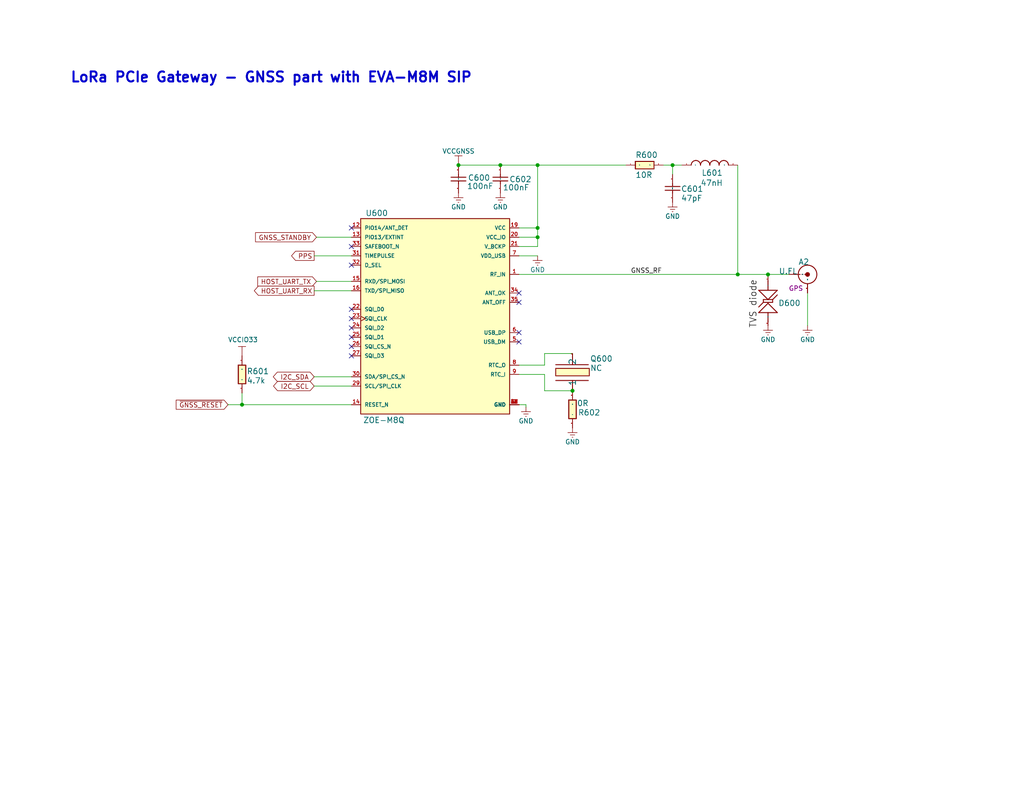
<source format=kicad_sch>
(kicad_sch (version 20211123) (generator eeschema)
  (paper "A")
  (title_block (title "LoRa PCIe Gateway - GNSS") (date "26 02 2021") (rev "1.0") (company "Nebra Ltd") (comment 1 "GNSS Schematic part with EVA-M8M SIP"))
  (lib_symbols
    (symbol "LoRa_PCIe_GW-rescue:Cap-" (pin_names (offset 1.016))
      (property "Reference" "C" (at 2.286 2.794 0))
      (property "Value" "Cap-" (at 0 0 0))
      (symbol "Cap-_0_1"
        (polyline (pts (xy 2.54 0) (xy 3.302 0)) (stroke (width 0.254)))
        (polyline (pts (xy 3.302 -2.032) (xy 3.302 2.032)) (stroke (width 0.254)))
        (polyline (pts (xy 4.318 2.032) (xy 4.318 -2.032)) (stroke (width 0.254)))
        (polyline (pts (xy 5.08 0) (xy 4.318 0)) (stroke (width 0.254)))
        (pin passive line (at 0 0 0) (length 2.54) (name "1") (number "1"))
        (pin passive line (at 7.62 0 180) (length 2.54) (name "2") (number "2"))
      )
    )
    (symbol "LoRa_PCIe_GW-rescue:EVA-M8M-0" (pin_names (offset 1.016))
      (property "Reference" "U" (at -20.3708 25.9588 0))
      (property "Value" "EVA-M8M-0" (at -20.3454 -30.5054 0))
      (symbol "EVA-M8M-0_0_0"
        (rectangle (start -20.32 -27.94) (end 20.32 25.4) (stroke (width 0.254)) (fill (type background)))
        (pin input line (at 22.86 10.16 180) (length 2.54) (name "RF_IN") (number "1"))
        (pin input line (at -22.86 22.86 0) (length 2.54) (name "PIO14/ANT_DET") (number "12"))
        (pin input line (at -22.86 20.32 0) (length 2.54) (name "PIO13/EXTINT") (number "13"))
        (pin input line (at -22.86 -25.4 0) (length 2.54) (name "RESET_N") (number "14"))
        (pin input line (at -22.86 8.255 0) (length 2.54) (name "RXD/SPI_MOSI") (number "15"))
        (pin output line (at -22.86 5.715 0) (length 2.54) (name "TXD/SPI_MISO") (number "16"))
        (pin power_in line (at 22.86 -25.4 180) (length 2.54) (name "GND") (number "18"))
        (pin power_in line (at 22.86 22.86 180) (length 2.54) (name "VCC") (number "19"))
        (pin power_in line (at 22.86 -25.4 180) (length 2.54) (name "GND") (number "2"))
        (pin power_in line (at 22.86 20.32 180) (length 2.54) (name "VCC_IO") (number "20"))
        (pin power_in line (at 22.86 17.78 180) (length 2.54) (name "V_BCKP") (number "21"))
        (pin bidirectional line (at -22.86 0.635 0) (length 2.54) (name "SQI_D0") (number "22"))
        (pin bidirectional clock (at -22.86 -1.905 0) (length 2.54) (name "SQI_CLK") (number "23"))
        (pin bidirectional line (at -22.86 -4.445 0) (length 2.54) (name "SQI_D2") (number "24"))
        (pin bidirectional line (at -22.86 -6.985 0) (length 2.54) (name "SQI_D1") (number "25"))
        (pin bidirectional line (at -22.86 -9.525 0) (length 2.54) (name "SQI_CS_N") (number "26"))
        (pin bidirectional line (at -22.86 -12.065 0) (length 2.54) (name "SQI_D3") (number "27"))
        (pin input line (at -22.86 -20.32 0) (length 2.54) (name "SCL/SPI_CLK") (number "29"))
        (pin bidirectional line (at -22.86 -17.78 0) (length 2.54) (name "SDA/SPI_CS_N") (number "30"))
        (pin output line (at -22.86 15.24 0) (length 2.54) (name "TIMEPULSE") (number "31"))
        (pin input line (at -22.86 12.7 0) (length 2.54) (name "D_SEL") (number "32"))
        (pin input line (at -22.86 17.78 0) (length 2.54) (name "SAFEBOOT_N") (number "33"))
        (pin input line (at 22.86 5.08 180) (length 2.54) (name "ANT_OK") (number "34"))
        (pin output line (at 22.86 2.54 180) (length 2.54) (name "ANT_OFF") (number "35"))
        (pin power_in line (at 22.86 -25.4 180) (length 2.54) (name "GND") (number "37"))
        (pin power_in line (at 22.86 -25.4 180) (length 2.54) (name "GND") (number "38"))
        (pin power_in line (at 22.86 -25.4 180) (length 2.54) (name "GND") (number "39"))
        (pin power_in line (at 22.86 -25.4 180) (length 2.54) (name "GND") (number "40"))
        (pin power_in line (at 22.86 -25.4 180) (length 2.54) (name "GND") (number "41"))
        (pin power_in line (at 22.86 -25.4 180) (length 2.54) (name "GND") (number "42"))
        (pin power_in line (at 22.86 -25.4 180) (length 2.54) (name "GND") (number "43"))
        (pin bidirectional line (at 22.86 -8.255 180) (length 2.54) (name "USB_DM") (number "5"))
        (pin bidirectional line (at 22.86 -5.715 180) (length 2.54) (name "USB_DP") (number "6"))
        (pin power_in line (at 22.86 15.24 180) (length 2.54) (name "VDD_USB") (number "7"))
        (pin output line (at 22.86 -14.605 180) (length 2.54) (name "RTC_O") (number "8"))
        (pin input line (at 22.86 -17.145 180) (length 2.54) (name "RTC_I") (number "9"))
      )
    )
    (symbol "LoRa_PCIe_GW-rescue:GND" (power) (pin_names (offset 0))
      (property "Value" "GND" (at 0 -3.81 0))
      (symbol "GND_1_1"
        (polyline (pts (xy -0.635 -1.905) (xy 0.635 -1.905)))
        (polyline (pts (xy -0.127 -2.54) (xy 0.127 -2.54)))
        (polyline (pts (xy 0 -1.27) (xy 0 0)))
        (polyline (pts (xy 1.27 -1.27) (xy -1.27 -1.27)))
        (pin power_in line (at 0 0 270) (length 0) hide (name "GND") (number "1"))
      )
    )
    (symbol "LoRa_PCIe_GW-rescue:Inductor-" (pin_names (offset 1.016))
      (property "Reference" "L" (at 5.334 -3.048 0))
      (property "Value" "Inductor-" (at 0 -1.27 0))
      (symbol "Inductor-_0_1"
        (pin passive line (at 0 0 0) (length 2.54) (name "1") (number "1"))
        (pin passive line (at 15.24 0 180) (length 2.54) (name "2") (number "2"))
      )
      (symbol "Inductor-_1_1"
        (arc (start 3.7846 1.27) (mid 2.9029 0.8892) (end 2.54 0) (stroke (width 0.254)))
        (arc (start 5.08 0) (mid 4.699 0.907) (end 3.7846 1.27) (stroke (width 0.254)))
        (arc (start 6.3246 1.27) (mid 5.4429 0.8892) (end 5.08 0) (stroke (width 0.254)))
        (arc (start 7.62 0) (mid 7.239 0.907) (end 6.3246 1.27) (stroke (width 0.254)))
        (arc (start 8.8646 1.27) (mid 7.9829 0.8892) (end 7.62 0) (stroke (width 0.254)))
        (arc (start 10.16 0) (mid 9.779 0.907) (end 8.8646 1.27) (stroke (width 0.254)))
        (arc (start 11.4046 1.27) (mid 10.5229 0.8892) (end 10.16 0) (stroke (width 0.254)))
        (arc (start 12.7 0) (mid 12.319 0.907) (end 11.4046 1.27) (stroke (width 0.254)))
      )
    )
    (symbol "LoRa_PCIe_GW-rescue:RClamp0531T-" (pin_names (offset 1.016))
      (property "Reference" "D" (at 2.794 5.08 0))
      (property "Value" "RClamp0531T-" (at 0 0 0))
      (symbol "RClamp0531T-_0_1"
        (polyline (pts (xy -2.54 3.556) (xy 2.54 3.556)) (stroke (width 0.254)))
        (polyline (pts (xy -2.54 9.652) (xy 0 7.112)) (stroke (width 0.254)))
        (polyline (pts (xy -1.27 6.35) (xy -2.54 5.08)) (stroke (width 0.254)))
        (polyline (pts (xy -1.27 6.35) (xy 1.27 6.35)) (stroke (width 0.254)))
        (polyline (pts (xy -1.27 7.112) (xy -1.27 6.35)) (stroke (width 0.254)))
        (polyline (pts (xy 0 1.016) (xy 0 3.556)) (stroke (width 0.254)))
        (polyline (pts (xy 0 6.096) (xy -2.54 3.556)) (stroke (width 0.254)))
        (polyline (pts (xy 0 7.112) (xy 2.54 9.652)) (stroke (width 0.254)))
        (polyline (pts (xy 0 12.192) (xy 0 9.652)) (stroke (width 0.254)))
        (polyline (pts (xy 1.27 6.35) (xy 1.27 7.112)) (stroke (width 0.254)))
        (polyline (pts (xy 1.27 7.112) (xy -1.27 7.112)) (stroke (width 0.254)))
        (polyline (pts (xy 2.54 3.556) (xy 0 6.096)) (stroke (width 0.254)))
        (polyline (pts (xy 2.54 8.382) (xy 1.27 7.112)) (stroke (width 0.254)))
        (polyline (pts (xy 2.54 9.652) (xy -2.54 9.652)) (stroke (width 0.254)))
        (pin passive line (at 0 13.335 270) (length 1.27) (name "A") (number "1"))
        (pin passive line (at 0 0 90) (length 1.27) (name "K") (number "2"))
      )
    )
    (symbol "LoRa_PCIe_GW-rescue:Resistor-" (pin_names (offset 1.016))
      (property "Reference" "R" (at 1.27 5.08 0))
      (property "Value" "Resistor-" (at 0 0 0))
      (symbol "Resistor-_0_1"
        (rectangle (start 2.54 -1.016) (end 7.62 1.016) (stroke (width 0.254)) (fill (type background)))
        (rectangle (start 2.54 1.016) (end 7.62 -1.016) (stroke (width 0.254)) (fill (type background)))
        (pin passive line (at 0 0 0) (length 2.54) (name "1") (number "1"))
        (pin passive line (at 10.16 0 180) (length 2.54) (name "2") (number "2"))
      )
    )
    (symbol "LoRa_PCIe_GW-rescue:U.FL-" (pin_names (offset 1.016))
      (property "Reference" "RFGI" (at 2.54 2.54 0))
      (property "Value" "U.FL-" (at -2.794 0 0))
      (symbol "U.FL-_0_1"
        (circle (center -5.08 0) (radius 0.508) (stroke (width 0.254)) (fill (type outline)))
        (polyline (pts (xy -4.572 0) (xy -4.318 0)) (stroke (width 0.254)))
        (polyline (pts (xy -3.81 0) (xy -3.556 0)) (stroke (width 0.254)))
        (polyline (pts (xy -2.794 0) (xy -3.048 0)) (stroke (width 0.254)))
        (pin passive line (at 0 0 180) (length 2.54) (name "Signal") (number "1"))
        (pin passive line (at -5.08 -5.08 90) (length 2.54) (name "GND") (number "2"))
        (pin passive line (at -5.08 -5.08 90) (length 2.54) (name "GND") (number "3"))
      )
      (symbol "U.FL-_1_1"
        (arc (start -6.35 -2.1844) (mid -3.8199 -2.1901) (end -2.54 0) (stroke (width 0.254)))
        (arc (start -6.35 2.1844) (mid -7.6068 0) (end -6.35 -2.1844) (stroke (width 0.254)))
        (arc (start -2.54 0) (mid -3.8133 2.2016) (end -6.35 2.1844) (stroke (width 0.254)))
      )
    )
    (symbol "LoRa_PCIe_GW-rescue:VCCGNSS" (power) (pin_names (offset 0))
      (property "Value" "VCCGNSS" (at -0.254 3.556 0))
      (symbol "VCCGNSS_1_1"
        (polyline (pts (xy -1.016 2.54) (xy 1.016 2.54)))
        (polyline (pts (xy 0 0) (xy 0 2.54)))
        (pin power_in line (at 0 0 90) (length 0) hide (name "VCCGNSS") (number "1"))
      )
    )
    (symbol "LoRa_PCIe_GW-rescue:VCCIO33" (power) (pin_names (offset 0))
      (property "Value" "VCCIO33" (at 0 3.556 0))
      (symbol "VCCIO33_1_1"
        (polyline (pts (xy -1.016 2.54) (xy 1.016 2.54)))
        (polyline (pts (xy 0 0) (xy 0 2.54)))
        (pin power_in line (at 0 0 90) (length 0) hide (name "VCCIO33") (number "1"))
      )
    )
    (symbol "LoRa_PCIe_GW-rescue:Xtal-" (pin_names (offset 1.016))
      (property "Reference" "Q" (at 4.572 2.794 0))
      (property "Value" "Xtal-" (at 0 0 0))
      (symbol "Xtal-_0_1"
        (rectangle (start -1.016 4.572) (end 1.016 -4.572) (stroke (width 0.254)) (fill (type background)))
        (polyline (pts (xy -5.08 0) (xy -2.286 0)) (stroke (width 0.254)))
        (polyline (pts (xy -2.286 4.572) (xy -2.286 -4.318)) (stroke (width 0.254)))
        (polyline (pts (xy 2.032 4.572) (xy 2.032 -4.318)) (stroke (width 0.254)))
        (polyline (pts (xy 5.08 0) (xy 2.032 0)) (stroke (width 0.254)))
        (pin passive line (at -5.08 0 0) (length 0.254) (name "1") (number "1"))
        (pin passive line (at 5.08 0 180) (length 0.254) (name "2") (number "2"))
      )
    )
  )
  (junction (at 209.55 74.93))
  (junction (at 125.095 45.085))
  (junction (at 66.04 110.49))
  (junction (at 201.295 74.93))
  (junction (at 146.685 62.23))
  (junction (at 146.685 64.77))
  (junction (at 146.685 45.085))
  (junction (at 156.21 106.68))
  (junction (at 183.515 45.085))
  (junction (at 136.525 45.085))
  (no_connect (at 141.605 80.01))
  (no_connect (at 95.885 84.455))
  (no_connect (at 141.605 90.805))
  (no_connect (at 95.885 89.535))
  (no_connect (at 95.885 92.075))
  (no_connect (at 141.605 93.345))
  (no_connect (at 95.885 97.155))
  (no_connect (at 141.605 82.55))
  (no_connect (at 95.885 86.995))
  (no_connect (at 95.885 67.31))
  (no_connect (at 95.885 62.23))
  (no_connect (at 95.885 94.615))
  (no_connect (at 95.885 72.39))
  (wire (pts (xy 66.04 107.315) (xy 66.04 110.49)))
  (wire (pts (xy 209.55 75.565) (xy 209.55 74.93)))
  (wire (pts (xy 146.685 45.085) (xy 136.525 45.085)))
  (wire (pts (xy 183.515 45.085) (xy 180.975 45.085)))
  (wire (pts (xy 66.04 110.49) (xy 62.23 110.49)))
  (wire (pts (xy 146.685 45.085) (xy 170.815 45.085)))
  (wire (pts (xy 146.685 62.23) (xy 141.605 62.23)))
  (wire (pts (xy 86.36 76.835) (xy 95.885 76.835)))
  (wire (pts (xy 146.685 67.31) (xy 146.685 64.77)))
  (wire (pts (xy 95.885 110.49) (xy 66.04 110.49)))
  (wire (pts (xy 148.59 99.695) (xy 141.605 99.695)))
  (wire (pts (xy 85.725 102.87) (xy 95.885 102.87)))
  (wire (pts (xy 85.725 105.41) (xy 95.885 105.41)))
  (wire (pts (xy 220.345 80.01) (xy 220.345 88.9)))
  (wire (pts (xy 141.605 110.49) (xy 143.51 110.49)))
  (wire (pts (xy 95.885 64.77) (xy 86.36 64.77)))
  (wire (pts (xy 141.605 69.85) (xy 146.685 69.85)))
  (wire (pts (xy 141.605 74.93) (xy 201.295 74.93)))
  (wire (pts (xy 209.55 74.93) (xy 215.265 74.93)))
  (wire (pts (xy 85.725 69.85) (xy 95.885 69.85)))
  (wire (pts (xy 146.685 64.77) (xy 146.685 62.23)))
  (wire (pts (xy 148.59 102.235) (xy 141.605 102.235)))
  (wire (pts (xy 148.59 96.52) (xy 148.59 99.695)))
  (wire (pts (xy 183.515 47.625) (xy 183.515 45.085)))
  (wire (pts (xy 156.21 96.52) (xy 148.59 96.52)))
  (wire (pts (xy 183.515 45.085) (xy 186.055 45.085)))
  (wire (pts (xy 141.605 64.77) (xy 146.685 64.77)))
  (wire (pts (xy 148.59 106.68) (xy 148.59 102.235)))
  (wire (pts (xy 143.51 110.49) (xy 143.51 111.125)))
  (wire (pts (xy 85.725 79.375) (xy 95.885 79.375)))
  (wire (pts (xy 156.21 106.68) (xy 148.59 106.68)))
  (wire (pts (xy 141.605 67.31) (xy 146.685 67.31)))
  (wire (pts (xy 201.295 45.085) (xy 201.295 74.93)))
  (wire (pts (xy 136.525 45.085) (xy 125.095 45.085)))
  (wire (pts (xy 146.685 45.085) (xy 146.685 62.23)))
  (wire (pts (xy 201.295 74.93) (xy 209.55 74.93)))
  (text "LoRa PCIe Gateway - GNSS part with EVA-M8M SIP" (at 19.05 22.86 0) (effects (font (size 2.7432 2.7432) (thickness 0.5486) bold) (justify left bottom)))
  (label "GNSS_RF" (at 172.085 74.93 0))
  (label "TVS diode" (at 207.01 89.535 90) (effects (font (size 1.778 1.778))))
  (global_label "I2C_SDA" (shape bidirectional) (at 85.725 102.87 180) (property "Intersheet References" "${INTERSHEET_REFS}" (effects hide)))
  (global_label "HOST_UART_TX" (shape input) (at 86.36 76.835 180) (property "Intersheet References" "${INTERSHEET_REFS}" (effects hide)))
  (global_label "~{GNSS_RESET}" (shape input) (at 62.23 110.49 180) (property "Intersheet References" "${INTERSHEET_REFS}" (effects hide)))
  (global_label "PPS" (shape output) (at 85.725 69.85 180) (property "Intersheet References" "${INTERSHEET_REFS}" (effects hide)))
  (global_label "GNSS_STANDBY" (shape input) (at 86.36 64.77 180) (property "Intersheet References" "${INTERSHEET_REFS}" (effects hide)))
  (global_label "I2C_SCL" (shape bidirectional) (at 85.725 105.41 180) (property "Intersheet References" "${INTERSHEET_REFS}" (effects hide)))
  (global_label "HOST_UART_RX" (shape output) (at 85.725 79.375 180) (property "Intersheet References" "${INTERSHEET_REFS}" (effects hide)))
  (symbol (lib_id "LoRa_PCIe_GW-rescue:Resistor-") (at 66.04 107.315 90) (unit 1)
    (property "Reference" "R601" (at 67.31 102.235 90) (effects (font (size 1.524 1.524)) (justify right top)))
    (property "Value" "4.7k" (at 67.31 104.775 90) (effects (font (size 1.524 1.524)) (justify right top)))
    (property "Footprint" "LoRa_PCIe_GW:rlc_201_smd_small" (effects hide))
    (property "Description" "4.7 kOhms ±1% 0.05W, 1/20W Chip Resistor 0201 (0603 Metric)  Thick Film" (effects hide))
    (property "Manufacturer" "Vishay Dale" (effects hide))
    (property "Part Number" "CRCW02014K70FNED" (effects hide))
    (property "Price[1k]" "0.011" (effects hide))
    (property "Supplier Link" "https://www.digikey.com/en/products/detail/vishay-dale/CRCW02014K70FNED/1199881?s=N4IgTCBcDaIMICU4HUAMZUEYAsBpA7KgGIByAogCIgC6AvkA" (effects hide))
  )
  (symbol (lib_id "LoRa_PCIe_GW-rescue:Inductor-") (at 186.055 45.085 0) (unit 1)
    (property "Reference" "L601" (at 191.389 48.0568 0) (effects (font (size 1.524 1.524)) (justify left bottom)))
    (property "Value" "47nH" (at 191.135 50.8254 0) (effects (font (size 1.524 1.524)) (justify left bottom)))
    (property "Footprint" "LoRa_PCIe_GW:rlc_402_smd_small" (effects hide))
    (property "Description" "47nH Unshielded Wirewound Inductor 210mA 1.08Ohm Max 0402 (1005 Metric) " (effects hide))
    (property "Manufacturer" "Murata" (effects hide))
    (property "Part Number" "LQW15AN47NJ00D" (effects hide))
    (property "Price[1k]" "0.063" (effects hide))
    (property "Supplier Link" "https://www.digikey.com/en/products/detail/murata-electronics/LQW15AN47NJ00D/584363" (effects hide))
  )
  (symbol (lib_id "LoRa_PCIe_GW-rescue:Cap-") (at 183.515 55.245 90) (unit 1)
    (property "Reference" "C601" (at 185.801 52.451 90) (effects (font (size 1.524 1.524)) (justify right top)))
    (property "Value" "47pF" (at 185.801 54.991 90) (effects (font (size 1.524 1.524)) (justify right top)))
    (property "Footprint" "LoRa_PCIe_GW:ccer_201_smd_small" (effects hide))
    (property "Description" "47pF ±5% 50V Ceramic Capacitor C0G, NP0 0201 (0603 Metric)" (effects hide))
    (property "Manufacturer" "Murata" (effects hide))
    (property "Part Number" "GRM0335C1H470JA01D" (effects hide))
    (property "Price[1k]" "0.0036" (effects hide))
    (property "Supplier Link" "https://www.digikey.com/en/products/detail/murata-electronics/GRM0335C1H470JA01D/2542245" (effects hide))
  )
  (symbol (lib_id "LoRa_PCIe_GW-rescue:Resistor-") (at 170.815 45.085 0) (unit 1)
    (property "Reference" "R600" (at 173.355 43.18 0) (effects (font (size 1.524 1.524)) (justify left bottom)))
    (property "Value" "10R" (at 173.355 48.641 0) (effects (font (size 1.524 1.524)) (justify left bottom)))
    (property "Footprint" "LoRa_PCIe_GW:rlc_201_smd_small" (effects hide))
    (property "Description" "10 Ohms ±1% 0.05W, 1/20W Chip Resistor 0201 (0603 Metric)  Thick Film" (effects hide))
    (property "Manufacturer" "Vishay Dale" (effects hide))
    (property "Part Number" "CRCW020110R0FNED" (effects hide))
    (property "Price[1k]" "0.011" (effects hide))
    (property "Supplier Link" "https://www.digikey.com/en/products/detail/vishay-dale/CRCW020110R0FNED/1178471" (effects hide))
  )
  (symbol (lib_id "LoRa_PCIe_GW-rescue:U.FL-") (at 215.265 74.93 0) (mirror y) (unit 1)
    (property "Reference" "A2" (at 217.805 72.39 0) (effects (font (size 1.524 1.524)) (justify right bottom)))
    (property "Value" "U.FL" (at 212.471 74.93 0) (effects (font (size 1.524 1.524)) (justify right bottom)))
    (property "Footprint" "LoRa_PCIe_GW:U.FL-R-SMT_Hirose" (effects hide))
    (property "Description" "U.FL (UMCC) Connector Receptacle, Male Pin 50Ohm Surface Mount Solder" (effects hide))
    (property "Manufacturer" "Hirose" (effects hide))
    (property "Part Number" "U.FL-R-SMT-1(80)" (effects hide))
    (property "Price[1k]" "0.65" (effects hide))
    (property "Supplier Link" "https://www.digikey.com/en/products/detail/hirose-electric-co-ltd/U-FL-R-SMT-1-80/3978495" (effects hide))
    (property "Label" "GPS" (at 217.17 78.74 0))
  )
  (symbol (lib_id "LoRa_PCIe_GW-rescue:Cap-") (at 125.095 52.705 90) (unit 1)
    (property "Reference" "C600" (at 127.635 49.403 90) (effects (font (size 1.524 1.524)) (justify right top)))
    (property "Value" "100nF" (at 127.381 51.689 90) (effects (font (size 1.524 1.524)) (justify right top)))
    (property "Footprint" "LoRa_PCIe_GW:ccer_201_smd_small" (effects hide))
    (property "Description" "0.1µF ±10% 16V Ceramic Capacitor X7S 0201 (0603 Metric)" (effects hide))
    (property "Manufacturer" "Murata" (effects hide))
    (property "Part Number" "GRM033C71C104KE14D" (effects hide))
    (property "Price[1k]" "0.01" (effects hide))
    (property "Supplier Link" "https://www.digikey.com/en/products/detail/murata-electronics/GRM033C71C104KE14D/5027472" (effects hide))
  )
  (symbol (lib_id "LoRa_PCIe_GW-rescue:Xtal-") (at 156.21 101.6 90) (unit 1)
    (property "Reference" "Q600" (at 160.9852 98.806 90) (effects (font (size 1.524 1.524)) (justify right top)))
    (property "Value" "NC" (at 160.9852 101.346 90) (effects (font (size 1.524 1.524)) (justify right top)))
    (property "Footprint" "LoRa_PCIe_GW:XTAL_3215_SMD" (effects hide))
    (property "Part Number" "NX3215SA-32.768K-STD-MUA-9" (effects hide))
    (property "Description" "32.768kHz ±20ppm Crystal 9pF 70 kOhms 2-SMD, No Lead" (effects hide))
    (property "Manufacturer" "NDK" (effects hide))
    (property "Price[1k]" "0.4" (effects hide))
    (property "Supplier Link" "https://www.digikey.com/en/products/detail/ndk-america-inc/NX3215SA-32-768K-STD-MUA-9/2261468" (effects hide))
  )
  (symbol (lib_id "LoRa_PCIe_GW-rescue:EVA-M8M-0") (at 118.745 85.09 0) (unit 1)
    (property "Reference" "U600" (at 99.695 59.055 0) (effects (font (size 1.524 1.524)) (justify left bottom)))
    (property "Value" "ZOE-M8Q" (at 99.06 115.57 0) (effects (font (size 1.524 1.524)) (justify left bottom)))
    (property "Footprint" "LoRa_PCIe_GW:LGA43R65P9X9_700X700X116" (effects hide))
    (property "Datasheet" "https://www.u-blox.com/en/docs/UBX-16014189" (effects hide))
    (property "Description" "GNSS RF Receiver Galileo, GLONASS, GPS 1.575GHz -167dBm" (effects hide))
    (property "Manufacturer" "U-Blox" (effects hide))
    (property "Part Number" "EVA-M8M-0" (effects hide))
    (property "Price[1k]" "15.6" (effects hide))
    (property "Supplier Link" "https://www.digikey.com/en/products/detail/u-blox/EVA-M8M-0/6150634" (effects hide))
  )
  (symbol (lib_id "LoRa_PCIe_GW-rescue:Resistor-") (at 156.21 116.84 90) (unit 1)
    (property "Reference" "R602" (at 163.83 111.76 90) (effects (font (size 1.524 1.524)) (justify left bottom)))
    (property "Value" "0R" (at 160.655 109.22 90) (effects (font (size 1.524 1.524)) (justify left bottom)))
    (property "Footprint" "LoRa_PCIe_GW:rlc_201_smd_small" (effects hide))
    (property "Description" "0 Ohms Jumper 0.05W, 1/20W Chip Resistor 0201 (0603 Metric)  Thick Film" (effects hide))
    (property "Manufacturer" "Vishay Dale" (effects hide))
    (property "Part Number" "CRCW02010000Z0ED" (effects hide))
    (property "Price[1k]" "0.006" (effects hide))
    (property "Supplier Link" "https://www.digikey.com/en/products/detail/vishay-dale/CRCW02010000Z0ED/1178434?s=N4IgTCBcDaIMICU4HUAMZUEZU9QLVQFEAREAXQF8g" (effects hide))
  )
  (symbol (lib_id "LoRa_PCIe_GW-rescue:GND") (at 156.21 116.84 0) (unit 1)
    (property "Reference" "#PWR0269" (effects hide))
    (property "Value" "GND" (at 156.21 120.65 0))
  )
  (symbol (lib_id "LoRa_PCIe_GW-rescue:GND") (at 146.685 69.85 0) (unit 1)
    (property "Reference" "#PWR0271" (effects hide))
    (property "Value" "GND" (at 146.685 73.66 0))
  )
  (symbol (lib_id "LoRa_PCIe_GW-rescue:VCCIO33") (at 66.04 97.155 0) (unit 1)
    (property "Reference" "#PWR0140" (effects hide))
    (property "Value" "VCCIO33" (at 66.294 92.7608 0))
  )
  (symbol (lib_id "LoRa_PCIe_GW-rescue:GND") (at 143.51 111.125 0) (unit 1)
    (property "Reference" "#PWR0135" (effects hide))
    (property "Value" "GND" (at 143.51 114.935 0))
  )
  (symbol (lib_id "LoRa_PCIe_GW-rescue:GND") (at 209.55 88.9 0) (unit 1)
    (property "Reference" "#PWR0136" (effects hide))
    (property "Value" "GND" (at 209.55 92.71 0))
  )
  (symbol (lib_id "LoRa_PCIe_GW-rescue:GND") (at 220.345 88.9 0) (unit 1)
    (property "Reference" "#PWR0137" (effects hide))
    (property "Value" "GND" (at 220.345 92.71 0))
  )
  (symbol (lib_id "LoRa_PCIe_GW-rescue:GND") (at 183.515 55.245 0) (unit 1)
    (property "Reference" "#PWR0138" (effects hide))
    (property "Value" "GND" (at 183.515 59.055 0))
  )
  (symbol (lib_id "LoRa_PCIe_GW-rescue:GND") (at 136.525 52.705 0) (unit 1)
    (property "Reference" "#PWR0142" (effects hide))
    (property "Value" "GND" (at 136.525 56.515 0))
  )
  (symbol (lib_id "LoRa_PCIe_GW-rescue:Cap-") (at 136.525 52.705 90) (unit 1)
    (property "Reference" "C602" (at 138.938 49.8094 90) (effects (font (size 1.524 1.524)) (justify right top)))
    (property "Value" "100nF" (at 137.16 52.07 90) (effects (font (size 1.524 1.524)) (justify right top)))
    (property "Footprint" "LoRa_PCIe_GW:ccer_201_smd_small" (effects hide))
    (property "Description" "0.1µF ±10% 16V Ceramic Capacitor X7S 0201 (0603 Metric)" (effects hide))
    (property "Manufacturer" "Murata" (effects hide))
    (property "Part Number" "GRM033C71C104KE14D" (effects hide))
    (property "Price[1k]" "0.01" (effects hide))
    (property "Supplier Link" "https://www.digikey.com/en/products/detail/murata-electronics/GRM033C71C104KE14D/5027472" (effects hide))
  )
  (symbol (lib_id "LoRa_PCIe_GW-rescue:GND") (at 125.095 52.705 0) (unit 1)
    (property "Reference" "#PWR0274" (effects hide))
    (property "Value" "GND" (at 125.095 56.515 0))
  )
  (symbol (lib_id "LoRa_PCIe_GW-rescue:VCCGNSS") (at 125.095 45.085 0) (unit 1)
    (property "Reference" "#PWR0139" (effects hide))
    (property "Value" "VCCGNSS" (at 125.095 41.275 0))
  )
  (symbol (lib_id "LoRa_PCIe_GW-rescue:RClamp0531T-") (at 209.55 88.9 0) (unit 1)
    (property "Reference" "D600" (at 212.344 83.6168 0) (effects (font (size 1.524 1.524)) (justify left bottom)))
    (property "Footprint" "LoRa_PCIe_GW:SLP1006P2T" (effects hide))
    (property "Description" "TVS DIODE 4V 1005" (effects hide))
    (property "Manufacturer" "Murata" (effects hide))
    (property "Part Number" "LXES15AAA1-153" (effects hide))
    (property "Price[1k]" "0.046" (effects hide))
    (property "Supplier Link" "https://www.digikey.com/en/products/detail/murata-electronics/LXES15AAA1-153/5843762" (effects hide))
  )
)
</source>
